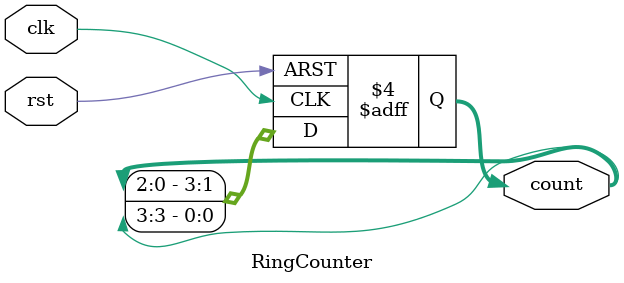
<source format=v>
module RingCounter(count, clk, rst);
  input clk, rst;
  output reg [3:0]count;
  
always @ ( negedge clk, negedge rst )
        begin   
        if ( ~rst )  count=4'b1000; 
          else 
             begin     
            count <= count << 1;    
            count[0] <= count[3]; 
				end
    end 
endmodule
</source>
